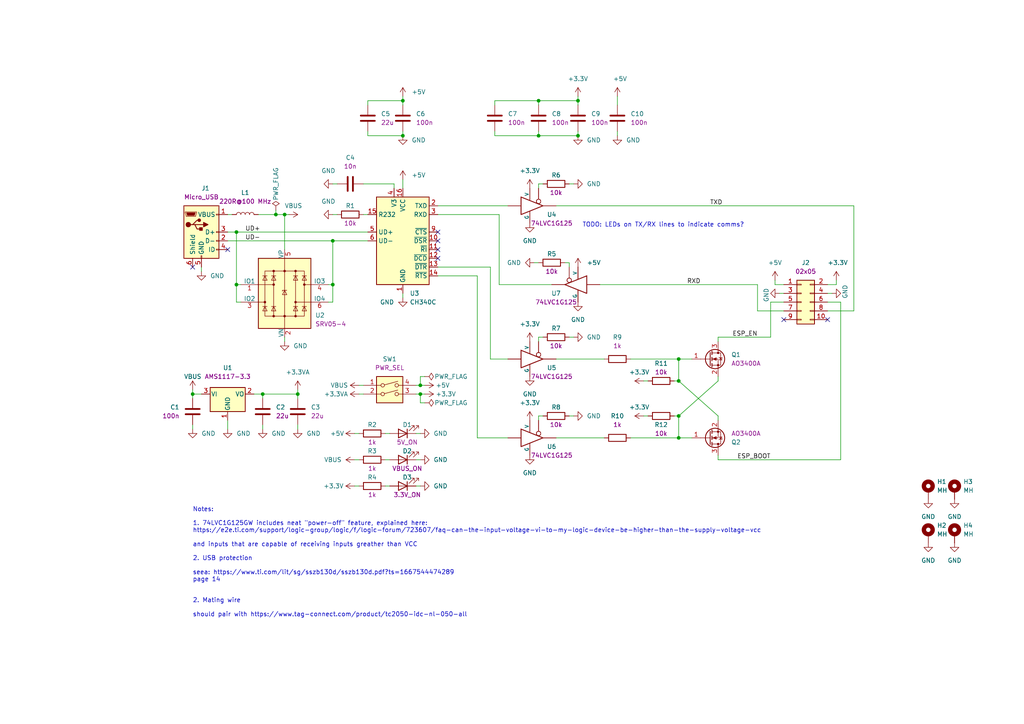
<source format=kicad_sch>
(kicad_sch (version 20211123) (generator eeschema)
  (paper "A4")
  (title_block (title "ESP32 External Programmer") (date "2022-11-07") (rev "rev0") (company "MAXLAB.IO INC."))
  (junction (at 80.01 62.23))
  (junction (at 116.84 39.37))
  (junction (at 68.58 82.55))
  (junction (at 86.36 114.3))
  (junction (at 121.92 114.3))
  (junction (at 121.92 111.76))
  (junction (at 96.52 69.85))
  (junction (at 68.58 67.31))
  (junction (at 96.52 82.55))
  (junction (at 55.88 114.3))
  (junction (at 156.21 39.37))
  (junction (at 76.2 114.3))
  (junction (at 167.64 39.37))
  (junction (at 196.85 127))
  (junction (at 156.21 29.21))
  (junction (at 196.85 110.49))
  (junction (at 196.85 104.14))
  (junction (at 196.85 120.65))
  (junction (at 116.84 29.21))
  (junction (at 167.64 29.21))
  (junction (at 82.55 62.23))
  (no_connect (at 66.04 72.39))
  (no_connect (at 240.03 92.71))
  (no_connect (at 227.33 92.71))
  (no_connect (at 127 67.31))
  (no_connect (at 127 74.93))
  (no_connect (at 127 69.85))
  (no_connect (at 127 72.39))
  (no_connect (at 55.88 77.47))
  (wire (pts (xy 219.71 90.17) (xy 227.33 90.17)))
  (wire (pts (xy 156.21 29.21) (xy 143.51 29.21)))
  (wire (pts (xy 96.52 69.85) (xy 96.52 82.55)))
  (wire (pts (xy 120.65 133.35) (xy 121.92 133.35)))
  (wire (pts (xy 55.88 123.19) (xy 55.88 124.46)))
  (wire (pts (xy 208.28 97.79) (xy 223.52 97.79)))
  (wire (pts (xy 182.88 104.14) (xy 196.85 104.14)))
  (wire (pts (xy 165.1 53.34) (xy 166.37 53.34)))
  (wire (pts (xy 186.69 120.65) (xy 187.96 120.65)))
  (wire (pts (xy 157.48 53.34) (xy 156.21 53.34)))
  (wire (pts (xy 163.83 76.2) (xy 165.1 76.2)))
  (wire (pts (xy 68.58 82.55) (xy 69.85 82.55)))
  (wire (pts (xy 223.52 97.79) (xy 223.52 87.63)))
  (wire (pts (xy 156.21 29.21) (xy 167.64 29.21)))
  (wire (pts (xy 96.52 53.34) (xy 97.79 53.34)))
  (wire (pts (xy 111.76 125.73) (xy 113.03 125.73)))
  (wire (pts (xy 156.21 76.2) (xy 154.94 76.2)))
  (wire (pts (xy 179.07 39.37) (xy 179.07 38.1)))
  (wire (pts (xy 144.78 82.55) (xy 160.02 82.55)))
  (wire (pts (xy 58.42 77.47) (xy 58.42 78.74)))
  (wire (pts (xy 157.48 97.79) (xy 156.21 97.79)))
  (wire (pts (xy 161.29 59.69) (xy 247.65 59.69)))
  (wire (pts (xy 95.25 82.55) (xy 96.52 82.55)))
  (wire (pts (xy 241.3 85.09) (xy 240.03 85.09)))
  (wire (pts (xy 157.48 120.65) (xy 156.21 120.65)))
  (wire (pts (xy 76.2 123.19) (xy 76.2 124.46)))
  (wire (pts (xy 156.21 29.21) (xy 156.21 30.48)))
  (wire (pts (xy 142.24 77.47) (xy 142.24 104.14)))
  (wire (pts (xy 208.28 109.22) (xy 208.28 110.49)))
  (wire (pts (xy 116.84 27.94) (xy 116.84 29.21)))
  (wire (pts (xy 120.65 125.73) (xy 121.92 125.73)))
  (wire (pts (xy 208.28 132.08) (xy 208.28 133.35)))
  (wire (pts (xy 242.57 81.28) (xy 242.57 82.55)))
  (wire (pts (xy 66.04 121.92) (xy 66.04 124.46)))
  (wire (pts (xy 76.2 114.3) (xy 76.2 115.57)))
  (wire (pts (xy 161.29 104.14) (xy 175.26 104.14)))
  (wire (pts (xy 127 80.01) (xy 138.43 80.01)))
  (wire (pts (xy 82.55 62.23) (xy 82.55 72.39)))
  (wire (pts (xy 196.85 127) (xy 200.66 127)))
  (wire (pts (xy 66.04 67.31) (xy 68.58 67.31)))
  (wire (pts (xy 165.1 120.65) (xy 166.37 120.65)))
  (wire (pts (xy 143.51 39.37) (xy 156.21 39.37)))
  (wire (pts (xy 116.84 52.07) (xy 116.84 54.61)))
  (wire (pts (xy 156.21 53.34) (xy 156.21 54.61)))
  (wire (pts (xy 74.93 62.23) (xy 80.01 62.23)))
  (wire (pts (xy 138.43 80.01) (xy 138.43 127)))
  (wire (pts (xy 161.29 127) (xy 175.26 127)))
  (wire (pts (xy 223.52 87.63) (xy 227.33 87.63)))
  (wire (pts (xy 208.28 110.49) (xy 196.85 120.65)))
  (wire (pts (xy 121.92 116.84) (xy 121.92 114.3)))
  (wire (pts (xy 55.88 113.03) (xy 55.88 114.3)))
  (wire (pts (xy 121.92 114.3) (xy 123.19 114.3)))
  (wire (pts (xy 120.65 140.97) (xy 121.92 140.97)))
  (wire (pts (xy 208.28 97.79) (xy 208.28 99.06)))
  (wire (pts (xy 196.85 120.65) (xy 196.85 127)))
  (wire (pts (xy 167.64 29.21) (xy 167.64 30.48)))
  (wire (pts (xy 182.88 127) (xy 196.85 127)))
  (wire (pts (xy 156.21 39.37) (xy 167.64 39.37)))
  (wire (pts (xy 242.57 82.55) (xy 240.03 82.55)))
  (wire (pts (xy 196.85 110.49) (xy 195.58 110.49)))
  (wire (pts (xy 55.88 114.3) (xy 58.42 114.3)))
  (wire (pts (xy 102.87 125.73) (xy 104.14 125.73)))
  (wire (pts (xy 247.65 90.17) (xy 240.03 90.17)))
  (wire (pts (xy 121.92 116.84) (xy 123.19 116.84)))
  (wire (pts (xy 76.2 114.3) (xy 86.36 114.3)))
  (wire (pts (xy 196.85 104.14) (xy 200.66 104.14)))
  (wire (pts (xy 104.14 133.35) (xy 102.87 133.35)))
  (wire (pts (xy 96.52 62.23) (xy 97.79 62.23)))
  (wire (pts (xy 127 77.47) (xy 142.24 77.47)))
  (wire (pts (xy 143.51 38.1) (xy 143.51 39.37)))
  (wire (pts (xy 224.79 82.55) (xy 227.33 82.55)))
  (wire (pts (xy 167.64 39.37) (xy 167.64 38.1)))
  (wire (pts (xy 82.55 62.23) (xy 80.01 62.23)))
  (wire (pts (xy 114.3 53.34) (xy 114.3 54.61)))
  (wire (pts (xy 173.99 82.55) (xy 219.71 82.55)))
  (wire (pts (xy 86.36 114.3) (xy 86.36 115.57)))
  (wire (pts (xy 138.43 127) (xy 147.32 127)))
  (wire (pts (xy 55.88 114.3) (xy 55.88 115.57)))
  (wire (pts (xy 142.24 104.14) (xy 147.32 104.14)))
  (wire (pts (xy 104.14 114.3) (xy 105.41 114.3)))
  (wire (pts (xy 156.21 38.1) (xy 156.21 39.37)))
  (wire (pts (xy 86.36 113.03) (xy 86.36 114.3)))
  (wire (pts (xy 208.28 133.35) (xy 243.84 133.35)))
  (wire (pts (xy 96.52 82.55) (xy 96.52 87.63)))
  (wire (pts (xy 243.84 87.63) (xy 240.03 87.63)))
  (wire (pts (xy 83.82 62.23) (xy 82.55 62.23)))
  (wire (pts (xy 76.2 114.3) (xy 73.66 114.3)))
  (wire (pts (xy 120.65 111.76) (xy 121.92 111.76)))
  (wire (pts (xy 82.55 99.06) (xy 82.55 97.79)))
  (wire (pts (xy 116.84 85.09) (xy 116.84 86.36)))
  (wire (pts (xy 104.14 111.76) (xy 105.41 111.76)))
  (wire (pts (xy 66.04 69.85) (xy 96.52 69.85)))
  (wire (pts (xy 105.41 62.23) (xy 106.68 62.23)))
  (wire (pts (xy 102.87 140.97) (xy 104.14 140.97)))
  (wire (pts (xy 208.28 120.65) (xy 208.28 121.92)))
  (wire (pts (xy 121.92 109.22) (xy 123.19 109.22)))
  (wire (pts (xy 186.69 110.49) (xy 187.96 110.49)))
  (wire (pts (xy 121.92 111.76) (xy 123.19 111.76)))
  (wire (pts (xy 165.1 97.79) (xy 166.37 97.79)))
  (wire (pts (xy 68.58 67.31) (xy 68.58 82.55)))
  (wire (pts (xy 196.85 104.14) (xy 196.85 110.49)))
  (wire (pts (xy 95.25 87.63) (xy 96.52 87.63)))
  (wire (pts (xy 156.21 97.79) (xy 156.21 99.06)))
  (wire (pts (xy 116.84 29.21) (xy 106.68 29.21)))
  (wire (pts (xy 121.92 109.22) (xy 121.92 111.76)))
  (wire (pts (xy 111.76 133.35) (xy 113.03 133.35)))
  (wire (pts (xy 86.36 123.19) (xy 86.36 124.46)))
  (wire (pts (xy 106.68 29.21) (xy 106.68 30.48)))
  (wire (pts (xy 219.71 82.55) (xy 219.71 90.17)))
  (wire (pts (xy 106.68 39.37) (xy 106.68 38.1)))
  (wire (pts (xy 105.41 53.34) (xy 114.3 53.34)))
  (wire (pts (xy 179.07 27.94) (xy 179.07 30.48)))
  (wire (pts (xy 80.01 60.96) (xy 80.01 62.23)))
  (wire (pts (xy 143.51 29.21) (xy 143.51 30.48)))
  (wire (pts (xy 116.84 38.1) (xy 116.84 39.37)))
  (wire (pts (xy 111.76 140.97) (xy 113.03 140.97)))
  (wire (pts (xy 226.06 85.09) (xy 227.33 85.09)))
  (wire (pts (xy 68.58 67.31) (xy 106.68 67.31)))
  (wire (pts (xy 116.84 29.21) (xy 116.84 30.48)))
  (wire (pts (xy 96.52 69.85) (xy 106.68 69.85)))
  (wire (pts (xy 127 62.23) (xy 144.78 62.23)))
  (wire (pts (xy 66.04 62.23) (xy 67.31 62.23)))
  (wire (pts (xy 247.65 59.69) (xy 247.65 90.17)))
  (wire (pts (xy 196.85 120.65) (xy 195.58 120.65)))
  (wire (pts (xy 144.78 62.23) (xy 144.78 82.55)))
  (wire (pts (xy 127 59.69) (xy 147.32 59.69)))
  (wire (pts (xy 116.84 39.37) (xy 106.68 39.37)))
  (wire (pts (xy 196.85 110.49) (xy 208.28 120.65)))
  (wire (pts (xy 167.64 27.94) (xy 167.64 29.21)))
  (wire (pts (xy 224.79 81.28) (xy 224.79 82.55)))
  (wire (pts (xy 68.58 82.55) (xy 68.58 87.63)))
  (wire (pts (xy 156.21 120.65) (xy 156.21 121.92)))
  (wire (pts (xy 120.65 114.3) (xy 121.92 114.3)))
  (wire (pts (xy 243.84 133.35) (xy 243.84 87.63)))
  (wire (pts (xy 69.85 87.63) (xy 68.58 87.63)))
  (wire (pts (xy 165.1 76.2) (xy 165.1 77.47)))
  (text "TODO: LEDs on TX/RX lines to indicate comms?" (at 168.91 66.04 0) (effects (font (size 1.27 1.27)) (justify left bottom)))
  (text "2. USB protection\n\nseea: https://www.ti.com/lit/sg/sszb130d/sszb130d.pdf?ts=1667544474289\npage 14" (at 55.88 168.91 0) (effects (font (size 1.27 1.27)) (justify left bottom)))
  (text "1. 74LVC1G125GW includes neat \"power-off\" feature, explained here:\nhttps://e2e.ti.com/support/logic-group/logic/f/logic-forum/723607/faq-can-the-input-voltage-vi-to-my-logic-device-be-higher-than-the-supply-voltage-vcc\n\nand inputs that are capable of receiving inputs greather than VCC" (at 55.88 158.75 0) (effects (font (size 1.27 1.27)) (justify left bottom)))
  (text "Notes:\n" (at 55.88 148.59 0) (effects (font (size 1.27 1.27)) (justify left bottom)))
  (text "2. Mating wire\n\nshould pair with https://www.tag-connect.com/product/tc2050-idc-nl-050-all" (at 55.88 179.07 0) (effects (font (size 1.27 1.27)) (justify left bottom)))
  (label "UD-" (at 71.12 69.85 0))
  (label "RXD" (at 203.2 82.55 180))
  (label "ESP_EN" (at 219.71 97.79 180))
  (label "UD+" (at 71.12 67.31 0))
  (label "TXD" (at 209.55 59.69 180))
  (label "ESP_BOOT" (at 223.52 133.35 180))
  (symbol (lib_id "00-kiml-regulator-linear:AMS1117-3.3") (at 66.04 114.3 0) (unit 1)
    (property "Reference" "U1" (at 66.04 106.68 0))
    (property "Value" "AMS1117-3.3" (effects hide))
    (property "Footprint" "Package_TO_SOT_SMD:SOT-223-3_TabPin2" (effects hide))
    (property "Datasheet" "http://www.advanced-monolithic.com/pdf/ds1117.pdf" (effects hide))
    (property "MFR" "Advanced Monolithic Systems" (effects hide))
    (property "MPN" "AMS1117-3.3" (effects hide))
    (property "SPL1" "JLCPCB" (effects hide))
    (property "SPN1" "C6186" (effects hide))
    (property "SNB1" "Basic part" (effects hide))
    (property "LNK1" "https://jlcpcb.com/partdetail/Advanced_MonolithicSystems-AMS1117_33/C6186" (effects hide))
    (property "UserValue" "AMS1117-3.3" (at 66.04 109.22 0))
  )
  (symbol (lib_id "power:GND") (at 76.2 124.46 0) (unit 1)
    (property "Reference" "#PWR05" (effects hide))
    (property "Value" "GND" (at 78.74 125.7299 0) (effects (justify left)))
  )
  (symbol (lib_name "10k_0402_0402WGF1002TCE_1") (lib_id "00-kiml-resistors-smd:10k_0402_0402WGF1002TCE") (at 161.29 53.34 90) (unit 1)
    (property "Reference" "R6" (at 161.29 50.8 90))
    (property "Value" "10k_0402_0402WGF1002TCE" (effects hide))
    (property "Footprint" "Resistor_SMD:R_0402_1005Metric" (effects hide))
    (property "Datasheet" "https://datasheet.lcsc.com/lcsc/2206010100_UNI-ROYAL-Uniroyal-Elec-0402WGF1002TCE_C25744.pdf" (effects hide))
    (property "UserValue" "10k" (at 161.29 55.88 90))
    (property "MFR" "UNI-ROYAL" (effects hide))
    (property "MPN" "0402WGF1002TCE" (effects hide))
    (property "SPL1" "JLCPCB" (effects hide))
    (property "SPN1" "C25744" (effects hide))
    (property "Tolerance" "1%" (effects hide))
    (property "TCR" "100ppm" (effects hide))
    (property "Pmax" "62.5mW" (effects hide))
    (property "SBN1" "Basic part" (effects hide))
    (property "LNK1" "https://jlcpcb.com/partdetail/26487-0402WGF1002TCE/C25744" (effects hide))
  )
  (symbol (lib_id "power:+3.3V") (at 242.57 81.28 0) (unit 1)
    (property "Reference" "#PWR047" (effects hide))
    (property "Value" "+3.3V" (at 240.03 76.2 0) (effects (justify left)))
  )
  (symbol (lib_name "10k_0402_0402WGF1002TCE_2") (lib_id "00-kiml-resistors-smd:10k_0402_0402WGF1002TCE") (at 191.77 120.65 90) (unit 1)
    (property "Reference" "R12" (at 191.77 123.19 90))
    (property "Value" "10k_0402_0402WGF1002TCE" (effects hide))
    (property "Footprint" "Resistor_SMD:R_0402_1005Metric" (effects hide))
    (property "Datasheet" "https://datasheet.lcsc.com/lcsc/2206010100_UNI-ROYAL-Uniroyal-Elec-0402WGF1002TCE_C25744.pdf" (effects hide))
    (property "UserValue" "10k" (at 191.77 125.73 90))
    (property "MFR" "UNI-ROYAL" (effects hide))
    (property "MPN" "0402WGF1002TCE" (effects hide))
    (property "SPL1" "JLCPCB" (effects hide))
    (property "SPN1" "C25744" (effects hide))
    (property "Tolerance" "1%" (effects hide))
    (property "TCR" "100ppm" (effects hide))
    (property "Pmax" "62.5mW" (effects hide))
    (property "SBN1" "Basic part" (effects hide))
    (property "LNK1" "https://jlcpcb.com/partdetail/26487-0402WGF1002TCE/C25744" (effects hide))
  )
  (symbol (lib_id "power:GND") (at 96.52 53.34 270) (unit 1)
    (property "Reference" "#PWR010" (effects hide))
    (property "Value" "GND" (at 95.25 49.53 90))
  )
  (symbol (lib_id "power:+3.3VA") (at 86.36 113.03 0) (unit 1)
    (property "Reference" "#PWR08" (effects hide))
    (property "Value" "+3.3VA" (at 86.36 107.95 0))
  )
  (symbol (lib_id "power:GND") (at 166.37 53.34 90) (unit 1)
    (property "Reference" "#PWR033" (effects hide))
    (property "Value" "GND" (at 170.18 53.3399 90) (effects (justify right)))
  )
  (symbol (lib_id "power:+3.3V") (at 186.69 110.49 90) (unit 1)
    (property "Reference" "#PWR042" (effects hide))
    (property "Value" "+3.3V" (at 185.42 107.95 90))
  )
  (symbol (lib_id "00-kiml-resistors-smd:1k_0402_0402WGF1001TCE") (at 179.07 127 90) (unit 1)
    (property "Reference" "R10" (at 179.07 120.65 90))
    (property "Value" "1k_0402_0402WGF1001TCE" (effects hide))
    (property "Footprint" "Resistor_SMD:R_0402_1005Metric" (effects hide))
    (property "Datasheet" "https://datasheet.lcsc.com/lcsc/2206010216_UNI-ROYAL-Uniroyal-Elec-0402WGF1001TCE_C11702.pdf" (effects hide))
    (property "UserValue" "1k" (at 179.07 123.19 90))
    (property "MFR" "UNI-ROYAL" (effects hide))
    (property "MPN" "0402WGF1001TCE" (effects hide))
    (property "SPL1" "JLCPCB" (effects hide))
    (property "SPN1" "C11702" (effects hide))
    (property "Tolerance" "1%" (effects hide))
    (property "Pmax" "62.5mW" (effects hide))
    (property "SBN1" "Basic part" (effects hide))
    (property "LNK1" "https://jlcpcb.com/partdetail/12256-0402WGF1001TCE/C11702" (effects hide))
  )
  (symbol (lib_id "00-kiml-capacitors-smd:100n_0402_CL05B104KB54PNC") (at 179.07 34.29 0) (unit 1)
    (property "Reference" "C10" (at 182.88 33.0199 0) (effects (justify left)))
    (property "Value" "100n_0402_CL05B104KB54PNC" (effects hide))
    (property "Footprint" "Capacitor_SMD:C_0603_1608Metric" (effects hide))
    (property "Datasheet" "https://datasheet.lcsc.com/lcsc/1810191222_Samsung-Electro-Mechanics-CL05B104KB54PNC_C307331.pdf" (effects hide))
    (property "UserValue" "100n" (at 182.88 35.5599 0) (effects (justify left)))
    (property "MFR" "Samsung" (effects hide))
    (property "MPN" "CL05B104KB54PNC" (effects hide))
    (property "SPL1" "JLCPCB" (effects hide))
    (property "SPN1" "C307331" (effects hide))
    (property "LNK1" "https://jlcpcb.com/partdetail/291005-CL05B104KB54PNC/C307331" (effects hide))
    (property "SNB1" "Basic part" (effects hide))
    (property "Tolerance" "10%" (effects hide))
    (property "Rating" "50V" (effects hide))
  )
  (symbol (lib_id "power:PWR_FLAG") (at 123.19 109.22 270) (unit 1)
    (property "Reference" "#FLG02" (effects hide))
    (property "Value" "PWR_FLAG" (at 130.81 109.22 90))
  )
  (symbol (lib_id "00-kiml-capacitors-smd:100n_0402_CL05B104KB54PNC") (at 116.84 34.29 0) (unit 1)
    (property "Reference" "C6" (at 120.65 33.0199 0) (effects (justify left)))
    (property "Value" "100n_0402_CL05B104KB54PNC" (effects hide))
    (property "Footprint" "Capacitor_SMD:C_0603_1608Metric" (effects hide))
    (property "Datasheet" "https://datasheet.lcsc.com/lcsc/1810191222_Samsung-Electro-Mechanics-CL05B104KB54PNC_C307331.pdf" (effects hide))
    (property "UserValue" "100n" (at 120.65 35.5599 0) (effects (justify left)))
    (property "MFR" "Samsung" (effects hide))
    (property "MPN" "CL05B104KB54PNC" (effects hide))
    (property "SPL1" "JLCPCB" (effects hide))
    (property "SPN1" "C307331" (effects hide))
    (property "LNK1" "https://jlcpcb.com/partdetail/291005-CL05B104KB54PNC/C307331" (effects hide))
    (property "SNB1" "Basic part" (effects hide))
    (property "Tolerance" "10%" (effects hide))
    (property "Rating" "50V" (effects hide))
  )
  (symbol (lib_id "00-kiml-resistors-smd:1k_0402_0402WGF1001TCE") (at 107.95 125.73 90) (unit 1)
    (property "Reference" "R2" (at 107.95 123.19 90))
    (property "Value" "1k_0402_0402WGF1001TCE" (effects hide))
    (property "Footprint" "Resistor_SMD:R_0402_1005Metric" (effects hide))
    (property "Datasheet" "https://datasheet.lcsc.com/lcsc/2206010216_UNI-ROYAL-Uniroyal-Elec-0402WGF1001TCE_C11702.pdf" (effects hide))
    (property "UserValue" "1k" (at 107.95 128.27 90))
    (property "MFR" "UNI-ROYAL" (effects hide))
    (property "MPN" "0402WGF1001TCE" (effects hide))
    (property "SPL1" "JLCPCB" (effects hide))
    (property "SPN1" "C11702" (effects hide))
    (property "Tolerance" "1%" (effects hide))
    (property "Pmax" "62.5mW" (effects hide))
    (property "SBN1" "Basic part" (effects hide))
    (property "LNK1" "https://jlcpcb.com/partdetail/12256-0402WGF1001TCE/C11702" (effects hide))
  )
  (symbol (lib_id "00-kiml-capacitors-smd:10n_0402_CL05B103KB5NNNC") (at 101.6 53.34 90) (unit 1)
    (property "Reference" "C4" (at 101.6 45.72 90))
    (property "Value" "10n_0402_CL05B103KB5NNNC" (effects hide))
    (property "Footprint" "Capacitor_SMD:C_0603_1608Metric" (effects hide))
    (property "Datasheet" "https://datasheet.lcsc.com/lcsc/1810191222_Samsung-Electro-Mechanics-CL05B104KB54PNC_C307331.pdf" (effects hide))
    (property "UserValue" "10n" (at 101.6 48.26 90))
    (property "MFR" "Samsung" (effects hide))
    (property "MPN" "CL05B103KB5NNNC" (effects hide))
    (property "SPL1" "JLCPCB" (effects hide))
    (property "SPN1" "C15195" (effects hide))
    (property "LNK1" "https://jlcpcb.com/partdetail/15869-CL05B103KB5NNNC/C15195" (effects hide))
    (property "SNB1" "Basic part" (effects hide))
    (property "Tolerance" "10%" (effects hide))
    (property "Rating" "50V" (effects hide))
  )
  (symbol (lib_id "power:GND") (at 96.52 62.23 270) (unit 1)
    (property "Reference" "#PWR011" (effects hide))
    (property "Value" "GND" (at 95.25 58.42 90))
  )
  (symbol (lib_id "power:GND") (at 55.88 124.46 0) (unit 1)
    (property "Reference" "#PWR02" (effects hide))
    (property "Value" "GND" (at 58.42 125.7299 0) (effects (justify left)))
  )
  (symbol (lib_id "Mechanical:MountingHole_Pad") (at 269.24 154.94 0) (unit 1) (in_bom no)
    (property "Reference" "H2" (at 271.78 152.3999 0) (effects (justify left)))
    (property "Value" "MH" (at 271.78 154.9399 0) (effects (justify left)))
    (property "Footprint" "MountingHole:MountingHole_3.2mm_M3_ISO7380_Pad" (effects hide))
  )
  (symbol (lib_id "power:+3.3V") (at 167.64 27.94 0) (unit 1)
    (property "Reference" "#PWR036" (effects hide))
    (property "Value" "+3.3V" (at 167.64 22.86 0))
  )
  (symbol (lib_id "00-kiml-resistors-smd:1k_0402_0402WGF1001TCE") (at 179.07 104.14 90) (unit 1)
    (property "Reference" "R9" (at 179.07 97.79 90))
    (property "Value" "1k_0402_0402WGF1001TCE" (effects hide))
    (property "Footprint" "Resistor_SMD:R_0402_1005Metric" (effects hide))
    (property "Datasheet" "https://datasheet.lcsc.com/lcsc/2206010216_UNI-ROYAL-Uniroyal-Elec-0402WGF1001TCE_C11702.pdf" (effects hide))
    (property "UserValue" "1k" (at 179.07 100.33 90))
    (property "MFR" "UNI-ROYAL" (effects hide))
    (property "MPN" "0402WGF1001TCE" (effects hide))
    (property "SPL1" "JLCPCB" (effects hide))
    (property "SPN1" "C11702" (effects hide))
    (property "Tolerance" "1%" (effects hide))
    (property "Pmax" "62.5mW" (effects hide))
    (property "SBN1" "Basic part" (effects hide))
    (property "LNK1" "https://jlcpcb.com/partdetail/12256-0402WGF1001TCE/C11702" (effects hide))
  )
  (symbol (lib_id "power:VBUS") (at 102.87 133.35 90) (unit 1)
    (property "Reference" "#PWR013" (effects hide))
    (property "Value" "VBUS" (at 93.98 133.35 90) (effects (justify right)))
  )
  (symbol (lib_id "00-kiml-capacitors-smd:22u_1206_CL31A226KPHNNNE") (at 86.36 119.38 0) (unit 1)
    (property "Reference" "C3" (at 90.17 118.1099 0) (effects (justify left)))
    (property "Value" "22u_1206_CL31A226KPHNNNE" (effects hide))
    (property "Footprint" "Capacitor_SMD:C_1206_3216Metric" (effects hide))
    (property "UserValue" "22u" (at 90.17 120.6499 0) (effects (justify left)))
    (property "MFR" "Samsung" (effects hide))
    (property "MPN" "CL31A226KPHNNNE" (effects hide))
    (property "SPL1" "JLCPCB" (effects hide))
    (property "SPN1" "C5672" (effects hide))
    (property "LNK1" "https://jlcpcb.com/partdetail/6131-CL31A226KPHNNNE/C5672" (effects hide))
    (property "SNB1" "Basic part" (effects hide))
    (property "Rating" "10V" (effects hide))
    (property "Tolerance" "10%" (effects hide))
  )
  (symbol (lib_id "power:+5V") (at 224.79 81.28 0) (unit 1)
    (property "Reference" "#PWR044" (effects hide))
    (property "Value" "+5V" (at 224.79 76.2 0))
  )
  (symbol (lib_id "power:+5V") (at 123.19 111.76 270) (unit 1)
    (property "Reference" "#PWR024" (effects hide))
    (property "Value" "+5V" (at 126.365 111.7599 90) (effects (justify left)))
  )
  (symbol (lib_id "power:GND") (at 121.92 125.73 90) (unit 1)
    (property "Reference" "#PWR021" (effects hide))
    (property "Value" "GND" (at 125.73 125.7299 90) (effects (justify right)))
  )
  (symbol (lib_id "power:GND") (at 167.64 39.37 0) (unit 1)
    (property "Reference" "#PWR037" (effects hide))
    (property "Value" "GND" (at 170.18 40.6399 0) (effects (justify left)))
  )
  (symbol (lib_id "00-kiml-connector-pin-header-1.27mm:1.27mm_50mils_male_DW127R-22-10-23_02x05") (at 233.68 87.63 0) (unit 1)
    (property "Reference" "J2" (at 233.68 76.2 0))
    (property "Value" "1.27mm_50mils_male_DW127R-22-10-23_02x05" (effects hide))
    (property "Footprint" "Connector_PinHeader_1.27mm:PinHeader_2x05_P1.27mm_Vertical" (effects hide))
    (property "Datasheet" "https://datasheet.lcsc.com/lcsc/1811011511_Amphenol-ICC-20021111-00010T4LF_C239059.pdf" (effects hide))
    (property "UserValue" "02x05" (at 233.68 78.74 0))
    (property "MFR" "Amphenol" (effects hide))
    (property "MPN" "20021111-00010T4LF" (effects hide))
    (property "SPL1" "JLCPCB" (effects hide))
    (property "SPN1" "C239059" (effects hide))
    (property "LNK1" "https://jlcpcb.com/partdetail/AmphenolIcc-2002111100010T4LF/C239059" (effects hide))
    (property "SNB1" "Extended part" (effects hide))
  )
  (symbol (lib_id "power:GND") (at 154.94 76.2 270) (mirror x) (unit 1)
    (property "Reference" "#PWR032" (effects hide))
    (property "Value" "GND" (at 151.13 76.1999 90) (effects (justify right)))
  )
  (symbol (lib_id "power:VBUS") (at 55.88 113.03 0) (unit 1)
    (property "Reference" "#PWR01" (effects hide))
    (property "Value" "VBUS" (at 53.34 109.22 0) (effects (justify left)))
  )
  (symbol (lib_id "power:+5V") (at 116.84 52.07 0) (unit 1)
    (property "Reference" "#PWR019" (effects hide))
    (property "Value" "+5V" (at 119.38 50.7999 0) (effects (justify left)))
  )
  (symbol (lib_name "10k_0402_0402WGF1002TCE_1") (lib_id "00-kiml-resistors-smd:10k_0402_0402WGF1002TCE") (at 160.02 76.2 270) (mirror x) (unit 1)
    (property "Reference" "R5" (at 160.02 73.66 90))
    (property "Value" "10k_0402_0402WGF1002TCE" (effects hide))
    (property "Footprint" "Resistor_SMD:R_0402_1005Metric" (effects hide))
    (property "Datasheet" "https://datasheet.lcsc.com/lcsc/2206010100_UNI-ROYAL-Uniroyal-Elec-0402WGF1002TCE_C25744.pdf" (effects hide))
    (property "UserValue" "10k" (at 160.02 78.74 90))
    (property "MFR" "UNI-ROYAL" (effects hide))
    (property "MPN" "0402WGF1002TCE" (effects hide))
    (property "SPL1" "JLCPCB" (effects hide))
    (property "SPN1" "C25744" (effects hide))
    (property "Tolerance" "1%" (effects hide))
    (property "TCR" "100ppm" (effects hide))
    (property "Pmax" "62.5mW" (effects hide))
    (property "SBN1" "Basic part" (effects hide))
    (property "LNK1" "https://jlcpcb.com/partdetail/26487-0402WGF1002TCE/C25744" (effects hide))
  )
  (symbol (lib_id "power:GND") (at 167.64 87.63 0) (mirror y) (unit 1)
    (property "Reference" "#PWR039" (effects hide))
    (property "Value" "GND" (at 167.64 92.71 0))
  )
  (symbol (lib_id "00-kiml-capacitors-smd:100n_0402_CL05B104KB54PNC") (at 143.51 34.29 0) (unit 1)
    (property "Reference" "C7" (at 147.32 33.0199 0) (effects (justify left)))
    (property "Value" "100n_0402_CL05B104KB54PNC" (effects hide))
    (property "Footprint" "Capacitor_SMD:C_0603_1608Metric" (effects hide))
    (property "Datasheet" "https://datasheet.lcsc.com/lcsc/1810191222_Samsung-Electro-Mechanics-CL05B104KB54PNC_C307331.pdf" (effects hide))
    (property "UserValue" "100n" (at 147.32 35.5599 0) (effects (justify left)))
    (property "MFR" "Samsung" (effects hide))
    (property "MPN" "CL05B104KB54PNC" (effects hide))
    (property "SPL1" "JLCPCB" (effects hide))
    (property "SPN1" "C307331" (effects hide))
    (property "LNK1" "https://jlcpcb.com/partdetail/291005-CL05B104KB54PNC/C307331" (effects hide))
    (property "SNB1" "Basic part" (effects hide))
    (property "Tolerance" "10%" (effects hide))
    (property "Rating" "50V" (effects hide))
  )
  (symbol (lib_id "00-kiml-connector:USB_B_Micro_10118194-0001LF") (at 58.42 67.31 0) (unit 1)
    (property "Reference" "J1" (at 58.42 54.61 0) (effects (justify left)))
    (property "Value" "USB_B_Micro_10118194-0001LF" (effects hide))
    (property "Footprint" "00-kiml-connector-usb:USB_Micro-B_Amphenol_10118194_Horizontal" (effects hide))
    (property "UserValue" "Micro_USB" (at 58.42 57.15 0))
    (property "MFR" "Amphenol ICC" (effects hide))
    (property "MPN" "10118194-0001LF" (effects hide))
    (property "SPL1" "JLCPCB" (effects hide))
    (property "SPN1" "C132563" (effects hide))
    (property "SNB1" "Extended part" (effects hide))
    (property "LNK1" "https://jlcpcb.com/partdetail/AmphenolIcc-101181940001LF/C132563" (effects hide))
  )
  (symbol (lib_id "Mechanical:MountingHole_Pad") (at 269.24 142.24 0) (unit 1) (in_bom no)
    (property "Reference" "H1" (at 271.78 139.6999 0) (effects (justify left)))
    (property "Value" "MH" (at 271.78 142.2399 0) (effects (justify left)))
    (property "Footprint" "MountingHole:MountingHole_3.2mm_M3_ISO7380_Pad" (effects hide))
  )
  (symbol (lib_id "00-kiml-transitor-fet:AO3400A") (at 207.01 127 0) (mirror x) (unit 1)
    (property "Reference" "Q2" (at 212.09 128.2701 0) (effects (justify left)))
    (property "Value" "AO3400A" (effects hide))
    (property "Footprint" "Package_TO_SOT_SMD:SOT-23" (effects hide))
    (property "Datasheet" "http://www.aosmd.com/pdfs/datasheet/AO3400A.pdf" (effects hide))
    (property "UserValue" "AO3400A" (at 212.09 125.7301 0) (effects (justify left)))
    (property "MFR" "Alpha & Omega Semicon" (effects hide))
    (property "MPN" "AO3400A" (effects hide))
    (property "SPL1" "JLCPCB" (effects hide))
    (property "SPN1" "C20917" (effects hide))
    (property "SNB1" "Basic part" (effects hide))
  )
  (symbol (lib_id "00-kiml-transitor-fet:AO3400A") (at 207.01 104.14 0) (unit 1)
    (property "Reference" "Q1" (at 212.09 102.8699 0) (effects (justify left)))
    (property "Value" "AO3400A" (effects hide))
    (property "Footprint" "Package_TO_SOT_SMD:SOT-23" (effects hide))
    (property "Datasheet" "http://www.aosmd.com/pdfs/datasheet/AO3400A.pdf" (effects hide))
    (property "UserValue" "AO3400A" (at 212.09 105.4099 0) (effects (justify left)))
    (property "MFR" "Alpha & Omega Semicon" (effects hide))
    (property "MPN" "AO3400A" (effects hide))
    (property "SPL1" "JLCPCB" (effects hide))
    (property "SPN1" "C20917" (effects hide))
    (property "SNB1" "Basic part" (effects hide))
  )
  (symbol (lib_id "00-kiml-74xGxx:74LVC1G125GW_Nexperia") (at 154.94 127 0) (unit 1)
    (property "Reference" "U6" (at 160.02 129.54 0))
    (property "Value" "74LVC1G125GW_Nexperia" (effects hide))
    (property "Footprint" "Package_TO_SOT_SMD:SOT-23-5" (effects hide))
    (property "Datasheet" "http://www.ti.com/lit/sg/scyt129e/scyt129e.pdf" (effects hide))
    (property "UserValue" "74LVC1G125" (at 160.02 132.08 0))
    (property "MFR" "Nexperia" (effects hide))
    (property "MPN" "74LVC1G125GW" (effects hide))
    (property "SPL1" "JLCPCB" (effects hide))
    (property "SPN1" "C12519" (effects hide))
    (property "LNK1" "https://jlcpcb.com/partdetail/Nexperia-74LVC1G125GW125/C12519" (effects hide))
    (property "SNB1" "Extended part" (effects hide))
  )
  (symbol (lib_id "power:+3.3VA") (at 104.14 114.3 90) (unit 1)
    (property "Reference" "#PWR016" (effects hide))
    (property "Value" "+3.3VA" (at 100.965 114.2999 90) (effects (justify left)))
  )
  (symbol (lib_id "00-kiml-inductors:0805_FB_220R@100MHz_BLM21PG221SN1D") (at 71.12 62.23 90) (unit 1)
    (property "Reference" "L1" (at 71.12 55.88 90))
    (property "Value" "0805_FB_220R@100MHz_BLM21PG221SN1D" (effects hide))
    (property "Footprint" "Inductor_SMD:L_0805_2012Metric_Pad1.15x1.40mm_HandSolder" (effects hide))
    (property "UserValue" "220R@100 MHz" (at 71.12 58.42 90))
    (property "MFR" "Murata Electronics" (effects hide))
    (property "MPN" "BLM21PG221SN1D" (effects hide))
    (property "SPL1" "JLCPCB" (effects hide))
    (property "SPN1" "C85840" (effects hide))
    (property "LNK1" "https://jlcpcb.com/partdetail/MurataElectronics-BLM21PG221SN1D/C85840" (effects hide))
    (property "Rating" "2A" (effects hide))
  )
  (symbol (lib_id "00-kiml-capacitors-smd:100n_0402_CL05B104KB54PNC") (at 156.21 34.29 0) (unit 1)
    (property "Reference" "C8" (at 160.02 33.0199 0) (effects (justify left)))
    (property "Value" "100n_0402_CL05B104KB54PNC" (effects hide))
    (property "Footprint" "Capacitor_SMD:C_0603_1608Metric" (effects hide))
    (property "Datasheet" "https://datasheet.lcsc.com/lcsc/1810191222_Samsung-Electro-Mechanics-CL05B104KB54PNC_C307331.pdf" (effects hide))
    (property "UserValue" "100n" (at 160.02 35.5599 0) (effects (justify left)))
    (property "MFR" "Samsung" (effects hide))
    (property "MPN" "CL05B104KB54PNC" (effects hide))
    (property "SPL1" "JLCPCB" (effects hide))
    (property "SPN1" "C307331" (effects hide))
    (property "LNK1" "https://jlcpcb.com/partdetail/291005-CL05B104KB54PNC/C307331" (effects hide))
    (property "SNB1" "Basic part" (effects hide))
    (property "Tolerance" "10%" (effects hide))
    (property "Rating" "50V" (effects hide))
  )
  (symbol (lib_id "power:+3.3V") (at 153.67 99.06 0) (unit 1)
    (property "Reference" "#PWR028" (effects hide))
    (property "Value" "+3.3V" (at 153.67 93.98 0))
  )
  (symbol (lib_id "power:GND") (at 226.06 85.09 270) (unit 1)
    (property "Reference" "#PWR045" (effects hide))
    (property "Value" "GND" (at 222.25 87.63 0) (effects (justify right)))
  )
  (symbol (lib_id "power:GND") (at 269.24 144.78 0) (unit 1)
    (property "Reference" "#PWR048" (effects hide))
    (property "Value" "GND" (at 269.24 149.86 0))
  )
  (symbol (lib_id "power:GND") (at 179.07 39.37 0) (unit 1)
    (property "Reference" "#PWR041" (effects hide))
    (property "Value" "GND" (at 181.61 40.6399 0) (effects (justify left)))
  )
  (symbol (lib_name "10k_0402_0402WGF1002TCE_2") (lib_id "00-kiml-resistors-smd:10k_0402_0402WGF1002TCE") (at 191.77 110.49 90) (unit 1)
    (property "Reference" "R11" (at 191.77 105.41 90))
    (property "Value" "10k_0402_0402WGF1002TCE" (effects hide))
    (property "Footprint" "Resistor_SMD:R_0402_1005Metric" (effects hide))
    (property "Datasheet" "https://datasheet.lcsc.com/lcsc/2206010100_UNI-ROYAL-Uniroyal-Elec-0402WGF1002TCE_C25744.pdf" (effects hide))
    (property "UserValue" "10k" (at 191.77 107.95 90))
    (property "MFR" "UNI-ROYAL" (effects hide))
    (property "MPN" "0402WGF1002TCE" (effects hide))
    (property "SPL1" "JLCPCB" (effects hide))
    (property "SPN1" "C25744" (effects hide))
    (property "Tolerance" "1%" (effects hide))
    (property "TCR" "100ppm" (effects hide))
    (property "Pmax" "62.5mW" (effects hide))
    (property "SBN1" "Basic part" (effects hide))
    (property "LNK1" "https://jlcpcb.com/partdetail/26487-0402WGF1002TCE/C25744" (effects hide))
  )
  (symbol (lib_id "power:GND") (at 276.86 157.48 0) (unit 1)
    (property "Reference" "#PWR051" (effects hide))
    (property "Value" "GND" (at 276.86 162.56 0))
  )
  (symbol (lib_id "power:+3.3V") (at 123.19 114.3 270) (unit 1)
    (property "Reference" "#PWR025" (effects hide))
    (property "Value" "+3.3V" (at 126.365 114.2999 90) (effects (justify left)))
  )
  (symbol (lib_id "power:GND") (at 241.3 85.09 90) (unit 1)
    (property "Reference" "#PWR046" (effects hide))
    (property "Value" "GND" (at 245.11 82.55 0) (effects (justify right)))
  )
  (symbol (lib_id "power:+5V") (at 116.84 27.94 0) (unit 1)
    (property "Reference" "#PWR017" (effects hide))
    (property "Value" "+5V" (at 119.38 26.6699 0) (effects (justify left)))
  )
  (symbol (lib_id "power:GND") (at 276.86 144.78 0) (unit 1)
    (property "Reference" "#PWR050" (effects hide))
    (property "Value" "GND" (at 276.86 149.86 0))
  )
  (symbol (lib_id "00-kiml-74xGxx:74LVC1G125GW_Nexperia") (at 166.37 82.55 0) (mirror y) (unit 1)
    (property "Reference" "U7" (at 161.29 85.09 0))
    (property "Value" "74LVC1G125GW_Nexperia" (effects hide))
    (property "Footprint" "Package_TO_SOT_SMD:SOT-23-5" (effects hide))
    (property "Datasheet" "http://www.ti.com/lit/sg/scyt129e/scyt129e.pdf" (effects hide))
    (property "UserValue" "74LVC1G125" (at 161.29 87.63 0))
    (property "MFR" "Nexperia" (effects hide))
    (property "MPN" "74LVC1G125GW" (effects hide))
    (property "SPL1" "JLCPCB" (effects hide))
    (property "SPN1" "C12519" (effects hide))
    (property "LNK1" "https://jlcpcb.com/partdetail/Nexperia-74LVC1G125GW125/C12519" (effects hide))
    (property "SNB1" "Extended part" (effects hide))
  )
  (symbol (lib_id "00-kiml-74xGxx:74LVC1G125GW_Nexperia") (at 154.94 59.69 0) (unit 1)
    (property "Reference" "U4" (at 160.02 62.23 0))
    (property "Value" "74LVC1G125GW_Nexperia" (effects hide))
    (property "Footprint" "Package_TO_SOT_SMD:SOT-23-5" (effects hide))
    (property "Datasheet" "http://www.ti.com/lit/sg/scyt129e/scyt129e.pdf" (effects hide))
    (property "UserValue" "74LVC1G125" (at 160.02 64.77 0))
    (property "MFR" "Nexperia" (effects hide))
    (property "MPN" "74LVC1G125GW" (effects hide))
    (property "SPL1" "JLCPCB" (effects hide))
    (property "SPN1" "C12519" (effects hide))
    (property "LNK1" "https://jlcpcb.com/partdetail/Nexperia-74LVC1G125GW125/C12519" (effects hide))
    (property "SNB1" "Extended part" (effects hide))
  )
  (symbol (lib_id "power:GND") (at 116.84 39.37 0) (unit 1)
    (property "Reference" "#PWR018" (effects hide))
    (property "Value" "GND" (at 119.38 40.6399 0) (effects (justify left)))
  )
  (symbol (lib_id "00-kiml-capacitors-smd:100n_0402_CL05B104KB54PNC") (at 167.64 34.29 0) (unit 1)
    (property "Reference" "C9" (at 171.45 33.0199 0) (effects (justify left)))
    (property "Value" "100n_0402_CL05B104KB54PNC" (effects hide))
    (property "Footprint" "Capacitor_SMD:C_0603_1608Metric" (effects hide))
    (property "Datasheet" "https://datasheet.lcsc.com/lcsc/1810191222_Samsung-Electro-Mechanics-CL05B104KB54PNC_C307331.pdf" (effects hide))
    (property "UserValue" "100n" (at 171.45 35.5599 0) (effects (justify left)))
    (property "MFR" "Samsung" (effects hide))
    (property "MPN" "CL05B104KB54PNC" (effects hide))
    (property "SPL1" "JLCPCB" (effects hide))
    (property "SPN1" "C307331" (effects hide))
    (property "LNK1" "https://jlcpcb.com/partdetail/291005-CL05B104KB54PNC/C307331" (effects hide))
    (property "SNB1" "Basic part" (effects hide))
    (property "Tolerance" "10%" (effects hide))
    (property "Rating" "50V" (effects hide))
  )
  (symbol (lib_id "power:GND") (at 66.04 124.46 0) (unit 1)
    (property "Reference" "#PWR04" (effects hide))
    (property "Value" "GND" (at 68.58 125.7299 0) (effects (justify left)))
  )
  (symbol (lib_id "power:+5V") (at 167.64 77.47 0) (unit 1)
    (property "Reference" "#PWR038" (effects hide))
    (property "Value" "+5V" (at 170.18 76.1999 0) (effects (justify left)))
  )
  (symbol (lib_id "power:GND") (at 121.92 133.35 90) (unit 1)
    (property "Reference" "#PWR022" (effects hide))
    (property "Value" "GND" (at 125.73 133.3499 90) (effects (justify right)))
  )
  (symbol (lib_id "power:PWR_FLAG") (at 80.01 60.96 0) (unit 1)
    (property "Reference" "#FLG01" (effects hide))
    (property "Value" "PWR_FLAG" (at 80.01 53.34 90))
  )
  (symbol (lib_id "00-kiml-led-smd:0603_RED_KT-0603R") (at 116.84 133.35 180) (unit 1)
    (property "Reference" "D2" (at 118.11 130.81 0))
    (property "Value" "0603_RED_KT-0603R" (effects hide))
    (property "Footprint" "LED_SMD:LED_0603_1608Metric" (effects hide))
    (property "Datasheet" "https://datasheet.lcsc.com/lcsc/1810231112_Hubei-KENTO-Elec-KT-0603R_C2286.pdf" (effects hide))
    (property "UserValue" "VBUS_ON" (at 118.11 135.89 0))
    (property "MFR" "Hubei KENTO" (effects hide))
    (property "MPN" "KT-0603R" (effects hide))
    (property "SPL1" "JLCPCB" (effects hide))
    (property "SPN1" "C2286" (effects hide))
    (property "LNK1" "https://jlcpcb.com/partdetail/Hubei_KentoElec-KT0603R/C2286" (effects hide))
    (property "SNB1" "Basic part" (effects hide))
  )
  (symbol (lib_id "power:GND") (at 269.24 157.48 0) (unit 1)
    (property "Reference" "#PWR049" (effects hide))
    (property "Value" "GND" (at 269.24 162.56 0))
  )
  (symbol (lib_id "00-kiml-resistors-smd:10k_0402_0402WGF1002TCE") (at 101.6 62.23 90) (unit 1)
    (property "Reference" "R1" (at 101.6 59.69 90))
    (property "Value" "10k_0402_0402WGF1002TCE" (effects hide))
    (property "Footprint" "Resistor_SMD:R_0402_1005Metric" (effects hide))
    (property "Datasheet" "https://datasheet.lcsc.com/lcsc/2206010100_UNI-ROYAL-Uniroyal-Elec-0402WGF1002TCE_C25744.pdf" (effects hide))
    (property "UserValue" "10k" (at 101.6 64.77 90))
    (property "MFR" "UNI-ROYAL" (effects hide))
    (property "MPN" "0402WGF1002TCE" (effects hide))
    (property "SPL1" "JLCPCB" (effects hide))
    (property "SPN1" "C25744" (effects hide))
    (property "Tolerance" "1%" (effects hide))
    (property "TCR" "100ppm" (effects hide))
    (property "Pmax" "62.5mW" (effects hide))
    (property "SBN1" "Basic part" (effects hide))
    (property "LNK1" "https://jlcpcb.com/partdetail/26487-0402WGF1002TCE/C25744" (effects hide))
  )
  (symbol (lib_id "00-kiml-button-switch-smd:SW_DIP_x02_50mil_1.27mm_TP-02") (at 113.03 114.3 0) (unit 1)
    (property "Reference" "SW1" (at 113.03 104.14 0))
    (property "Value" "SW_DIP_x02_50mil_1.27mm_TP-02" (effects hide))
    (property "Footprint" "00-kiml-button-switch-smd:SW_DIP_1.27mm_0.50mil_TP-02" (effects hide))
    (property "Datasheet" "https://datasheet.lcsc.com/lcsc/2005262138_Yuandi-TP-02_C559165.pdf" (effects hide))
    (property "MFR" "Yuandi" (effects hide))
    (property "MPN" "TP-02" (effects hide))
    (property "SPL1" "JLCPCB" (effects hide))
    (property "SPN1" "C559165" (effects hide))
    (property "SNB1" "Extended part" (effects hide))
    (property "UserValue" "PWR_SEL" (at 113.03 106.68 0))
    (property "LNK1" "https://jlcpcb.com/partdetail/Yuandi-TP02/C559165" (effects hide))
  )
  (symbol (lib_id "power:PWR_FLAG") (at 123.19 116.84 270) (mirror x) (unit 1)
    (property "Reference" "#FLG03" (effects hide))
    (property "Value" "PWR_FLAG" (at 130.81 116.84 90))
  )
  (symbol (lib_id "power:GND") (at 166.37 120.65 90) (unit 1)
    (property "Reference" "#PWR035" (effects hide))
    (property "Value" "GND" (at 170.18 120.6499 90) (effects (justify right)))
  )
  (symbol (lib_id "power:+3.3V") (at 186.69 120.65 90) (unit 1)
    (property "Reference" "#PWR043" (effects hide))
    (property "Value" "+3.3V" (at 185.42 118.11 90))
  )
  (symbol (lib_id "power:GND") (at 153.67 132.08 0) (unit 1)
    (property "Reference" "#PWR031" (effects hide))
    (property "Value" "GND" (at 153.67 137.16 0))
  )
  (symbol (lib_id "00-kiml-led-smd:0603_RED_KT-0603R") (at 116.84 140.97 180) (unit 1)
    (property "Reference" "D3" (at 118.11 138.43 0))
    (property "Value" "0603_RED_KT-0603R" (effects hide))
    (property "Footprint" "LED_SMD:LED_0603_1608Metric" (effects hide))
    (property "Datasheet" "https://datasheet.lcsc.com/lcsc/1810231112_Hubei-KENTO-Elec-KT-0603R_C2286.pdf" (effects hide))
    (property "UserValue" "3.3V_ON" (at 118.11 143.51 0))
    (property "MFR" "Hubei KENTO" (effects hide))
    (property "MPN" "KT-0603R" (effects hide))
    (property "SPL1" "JLCPCB" (effects hide))
    (property "SPN1" "C2286" (effects hide))
    (property "LNK1" "https://jlcpcb.com/partdetail/Hubei_KentoElec-KT0603R/C2286" (effects hide))
    (property "SNB1" "Basic part" (effects hide))
  )
  (symbol (lib_id "power:+3.3V") (at 153.67 121.92 0) (unit 1)
    (property "Reference" "#PWR030" (effects hide))
    (property "Value" "+3.3V" (at 153.67 116.84 0))
  )
  (symbol (lib_id "Mechanical:MountingHole_Pad") (at 276.86 154.94 0) (unit 1) (in_bom no)
    (property "Reference" "H4" (at 279.4 152.3999 0) (effects (justify left)))
    (property "Value" "MH" (at 279.4 154.9399 0) (effects (justify left)))
    (property "Footprint" "MountingHole:MountingHole_3.2mm_M3_ISO7380_Pad" (effects hide))
  )
  (symbol (lib_name "10k_0402_0402WGF1002TCE_1") (lib_id "00-kiml-resistors-smd:10k_0402_0402WGF1002TCE") (at 161.29 97.79 90) (unit 1)
    (property "Reference" "R7" (at 161.29 95.25 90))
    (property "Value" "10k_0402_0402WGF1002TCE" (effects hide))
    (property "Footprint" "Resistor_SMD:R_0402_1005Metric" (effects hide))
    (property "Datasheet" "https://datasheet.lcsc.com/lcsc/2206010100_UNI-ROYAL-Uniroyal-Elec-0402WGF1002TCE_C25744.pdf" (effects hide))
    (property "UserValue" "10k" (at 161.29 100.33 90))
    (property "MFR" "UNI-ROYAL" (effects hide))
    (property "MPN" "0402WGF1002TCE" (effects hide))
    (property "SPL1" "JLCPCB" (effects hide))
    (property "SPN1" "C25744" (effects hide))
    (property "Tolerance" "1%" (effects hide))
    (property "TCR" "100ppm" (effects hide))
    (property "Pmax" "62.5mW" (effects hide))
    (property "SBN1" "Basic part" (effects hide))
    (property "LNK1" "https://jlcpcb.com/partdetail/26487-0402WGF1002TCE/C25744" (effects hide))
  )
  (symbol (lib_id "Interface_USB:CH340C") (at 116.84 69.85 0) (unit 1)
    (property "Reference" "U3" (at 118.8594 85.09 0) (effects (justify left)))
    (property "Value" "CH340C" (at 118.8594 87.63 0) (effects (justify left)))
    (property "Footprint" "Package_SO:SOIC-16_3.9x9.9mm_P1.27mm" (effects hide))
    (property "Datasheet" "https://datasheet.lcsc.com/szlcsc/Jiangsu-Qin-Heng-CH340C_C84681.pdf" (effects hide))
  )
  (symbol (lib_id "power:+3.3V") (at 102.87 140.97 90) (unit 1)
    (property "Reference" "#PWR014" (effects hide))
    (property "Value" "+3.3V" (at 99.695 140.97 90) (effects (justify left)))
  )
  (symbol (lib_id "00-kiml-74xGxx:74LVC1G125GW_Nexperia") (at 154.94 104.14 0) (unit 1)
    (property "Reference" "U5" (at 160.02 106.68 0))
    (property "Value" "74LVC1G125GW_Nexperia" (effects hide))
    (property "Footprint" "Package_TO_SOT_SMD:SOT-23-5" (effects hide))
    (property "Datasheet" "http://www.ti.com/lit/sg/scyt129e/scyt129e.pdf" (effects hide))
    (property "UserValue" "74LVC1G125" (at 160.02 109.22 0))
    (property "MFR" "Nexperia" (effects hide))
    (property "MPN" "74LVC1G125GW" (effects hide))
    (property "SPL1" "JLCPCB" (effects hide))
    (property "SPN1" "C12519" (effects hide))
    (property "LNK1" "https://jlcpcb.com/partdetail/Nexperia-74LVC1G125GW125/C12519" (effects hide))
    (property "SNB1" "Extended part" (effects hide))
  )
  (symbol (lib_id "power:GND") (at 153.67 109.22 0) (unit 1)
    (property "Reference" "#PWR029" (effects hide))
    (property "Value" "GND" (at 153.67 114.3 0))
  )
  (symbol (lib_id "power:+5V") (at 179.07 27.94 0) (unit 1)
    (property "Reference" "#PWR040" (effects hide))
    (property "Value" "+5V" (at 177.8 22.86 0) (effects (justify left)))
  )
  (symbol (lib_id "00-kiml-capacitors-smd:100n_0402_CL05B104KB54PNC") (at 55.88 119.38 0) (unit 1)
    (property "Reference" "C1" (at 52.07 118.1099 0) (effects (justify right)))
    (property "Value" "100n_0402_CL05B104KB54PNC" (effects hide))
    (property "Footprint" "Capacitor_SMD:C_0603_1608Metric" (effects hide))
    (property "Datasheet" "https://datasheet.lcsc.com/lcsc/1810191222_Samsung-Electro-Mechanics-CL05B104KB54PNC_C307331.pdf" (effects hide))
    (property "UserValue" "100n" (at 52.07 120.6499 0) (effects (justify right)))
    (property "MFR" "Samsung" (effects hide))
    (property "MPN" "CL05B104KB54PNC" (effects hide))
    (property "SPL1" "JLCPCB" (effects hide))
    (property "SPN1" "C307331" (effects hide))
    (property "LNK1" "https://jlcpcb.com/partdetail/291005-CL05B104KB54PNC/C307331" (effects hide))
    (property "SNB1" "Basic part" (effects hide))
    (property "Tolerance" "10%" (effects hide))
    (property "Rating" "50V" (effects hide))
  )
  (symbol (lib_id "power:VBUS") (at 104.14 111.76 90) (unit 1)
    (property "Reference" "#PWR015" (effects hide))
    (property "Value" "VBUS" (at 100.965 111.7599 90) (effects (justify left)))
  )
  (symbol (lib_id "00-kiml-power-protection:SRV05-4") (at 82.55 85.09 0) (unit 1)
    (property "Reference" "U2" (at 91.44 91.44 0) (effects (justify left)))
    (property "Value" "SRV05-4" (effects hide))
    (property "Footprint" "Package_TO_SOT_SMD:SOT-23-6" (effects hide))
    (property "Datasheet" "http://www.onsemi.com/pub/Collateral/SRV05-4-D.PDF" (effects hide))
    (property "UserValue" "SRV05-4" (at 91.44 93.98 0) (effects (justify left)))
    (property "MFR" "ProTek Devices" (effects hide))
    (property "MPN" "SRV05-4" (effects hide))
    (property "SPL1" "JLCPCB" (effects hide))
    (property "SPN1" "C85364" (effects hide))
    (property "LNK1" "https://jlcpcb.com/partdetail/ProtekDevices-SRV05_4_PT7/C85364" (effects hide))
    (property "SNB1" "Basic part" (effects hide))
  )
  (symbol (lib_name "10k_0402_0402WGF1002TCE_1") (lib_id "00-kiml-resistors-smd:10k_0402_0402WGF1002TCE") (at 161.29 120.65 90) (unit 1)
    (property "Reference" "R8" (at 161.29 118.11 90))
    (property "Value" "10k_0402_0402WGF1002TCE" (effects hide))
    (property "Footprint" "Resistor_SMD:R_0402_1005Metric" (effects hide))
    (property "Datasheet" "https://datasheet.lcsc.com/lcsc/2206010100_UNI-ROYAL-Uniroyal-Elec-0402WGF1002TCE_C25744.pdf" (effects hide))
    (property "UserValue" "10k" (at 161.29 123.19 90))
    (property "MFR" "UNI-ROYAL" (effects hide))
    (property "MPN" "0402WGF1002TCE" (effects hide))
    (property "SPL1" "JLCPCB" (effects hide))
    (property "SPN1" "C25744" (effects hide))
    (property "Tolerance" "1%" (effects hide))
    (property "TCR" "100ppm" (effects hide))
    (property "Pmax" "62.5mW" (effects hide))
    (property "SBN1" "Basic part" (effects hide))
    (property "LNK1" "https://jlcpcb.com/partdetail/26487-0402WGF1002TCE/C25744" (effects hide))
  )
  (symbol (lib_id "00-kiml-led-smd:0603_RED_KT-0603R") (at 116.84 125.73 180) (unit 1)
    (property "Reference" "D1" (at 118.11 123.19 0))
    (property "Value" "0603_RED_KT-0603R" (effects hide))
    (property "Footprint" "LED_SMD:LED_0603_1608Metric" (effects hide))
    (property "Datasheet" "https://datasheet.lcsc.com/lcsc/1810231112_Hubei-KENTO-Elec-KT-0603R_C2286.pdf" (effects hide))
    (property "UserValue" "5V_ON" (at 118.11 128.27 0))
    (property "MFR" "Hubei KENTO" (effects hide))
    (property "MPN" "KT-0603R" (effects hide))
    (property "SPL1" "JLCPCB" (effects hide))
    (property "SPN1" "C2286" (effects hide))
    (property "LNK1" "https://jlcpcb.com/partdetail/Hubei_KentoElec-KT0603R/C2286" (effects hide))
    (property "SNB1" "Basic part" (effects hide))
  )
  (symbol (lib_id "00-kiml-resistors-smd:1k_0402_0402WGF1001TCE") (at 107.95 133.35 90) (unit 1)
    (property "Reference" "R3" (at 107.95 130.81 90))
    (property "Value" "1k_0402_0402WGF1001TCE" (effects hide))
    (property "Footprint" "Resistor_SMD:R_0402_1005Metric" (effects hide))
    (property "Datasheet" "https://datasheet.lcsc.com/lcsc/2206010216_UNI-ROYAL-Uniroyal-Elec-0402WGF1001TCE_C11702.pdf" (effects hide))
    (property "UserValue" "1k" (at 107.95 135.89 90))
    (property "MFR" "UNI-ROYAL" (effects hide))
    (property "MPN" "0402WGF1001TCE" (effects hide))
    (property "SPL1" "JLCPCB" (effects hide))
    (property "SPN1" "C11702" (effects hide))
    (property "Tolerance" "1%" (effects hide))
    (property "Pmax" "62.5mW" (effects hide))
    (property "SBN1" "Basic part" (effects hide))
    (property "LNK1" "https://jlcpcb.com/partdetail/12256-0402WGF1001TCE/C11702" (effects hide))
  )
  (symbol (lib_id "power:+3.3V") (at 153.67 54.61 0) (unit 1)
    (property "Reference" "#PWR026" (effects hide))
    (property "Value" "+3.3V" (at 153.67 49.53 0))
  )
  (symbol (lib_id "00-kiml-resistors-smd:1k_0402_0402WGF1001TCE") (at 107.95 140.97 90) (unit 1)
    (property "Reference" "R4" (at 107.95 138.43 90))
    (property "Value" "1k_0402_0402WGF1001TCE" (effects hide))
    (property "Footprint" "Resistor_SMD:R_0402_1005Metric" (effects hide))
    (property "Datasheet" "https://datasheet.lcsc.com/lcsc/2206010216_UNI-ROYAL-Uniroyal-Elec-0402WGF1001TCE_C11702.pdf" (effects hide))
    (property "UserValue" "1k" (at 107.95 143.51 90))
    (property "MFR" "UNI-ROYAL" (effects hide))
    (property "MPN" "0402WGF1001TCE" (effects hide))
    (property "SPL1" "JLCPCB" (effects hide))
    (property "SPN1" "C11702" (effects hide))
    (property "Tolerance" "1%" (effects hide))
    (property "Pmax" "62.5mW" (effects hide))
    (property "SBN1" "Basic part" (effects hide))
    (property "LNK1" "https://jlcpcb.com/partdetail/12256-0402WGF1001TCE/C11702" (effects hide))
  )
  (symbol (lib_id "power:GND") (at 166.37 97.79 90) (unit 1)
    (property "Reference" "#PWR034" (effects hide))
    (property "Value" "GND" (at 170.18 97.7899 90) (effects (justify right)))
  )
  (symbol (lib_id "power:GND") (at 116.84 86.36 0) (unit 1)
    (property "Reference" "#PWR020" (effects hide))
    (property "Value" "GND" (at 114.3 87.6299 0) (effects (justify right)))
  )
  (symbol (lib_id "power:GND") (at 86.36 124.46 0) (unit 1)
    (property "Reference" "#PWR09" (effects hide))
    (property "Value" "GND" (at 88.9 125.7299 0) (effects (justify left)))
  )
  (symbol (lib_id "power:GND") (at 121.92 140.97 90) (unit 1)
    (property "Reference" "#PWR023" (effects hide))
    (property "Value" "GND" (at 125.73 140.9699 90) (effects (justify right)))
  )
  (symbol (lib_id "power:GND") (at 58.42 78.74 0) (unit 1)
    (property "Reference" "#PWR03" (effects hide))
    (property "Value" "GND" (at 60.96 80.0099 0) (effects (justify left)))
  )
  (symbol (lib_id "power:GND") (at 82.55 99.06 0) (unit 1)
    (property "Reference" "#PWR06" (effects hide))
    (property "Value" "GND" (at 85.09 100.3299 0) (effects (justify left)))
  )
  (symbol (lib_id "Mechanical:MountingHole_Pad") (at 276.86 142.24 0) (unit 1) (in_bom no)
    (property "Reference" "H3" (at 279.4 139.6999 0) (effects (justify left)))
    (property "Value" "MH" (at 279.4 142.2399 0) (effects (justify left)))
    (property "Footprint" "MountingHole:MountingHole_3.2mm_M3_ISO7380_Pad" (effects hide))
  )
  (symbol (lib_id "00-kiml-capacitors-smd:22u_1206_CL31A226KPHNNNE") (at 106.68 34.29 0) (unit 1)
    (property "Reference" "C5" (at 110.49 33.0199 0) (effects (justify left)))
    (property "Value" "22u_1206_CL31A226KPHNNNE" (effects hide))
    (property "Footprint" "Capacitor_SMD:C_1206_3216Metric" (effects hide))
    (property "UserValue" "22u" (at 110.49 35.5599 0) (effects (justify left)))
    (property "MFR" "Samsung" (effects hide))
    (property "MPN" "CL31A226KPHNNNE" (effects hide))
    (property "SPL1" "JLCPCB" (effects hide))
    (property "SPN1" "C5672" (effects hide))
    (property "LNK1" "https://jlcpcb.com/partdetail/6131-CL31A226KPHNNNE/C5672" (effects hide))
    (property "SNB1" "Basic part" (effects hide))
    (property "Rating" "10V" (effects hide))
    (property "Tolerance" "10%" (effects hide))
  )
  (symbol (lib_id "power:+5V") (at 102.87 125.73 90) (unit 1)
    (property "Reference" "#PWR012" (effects hide))
    (property "Value" "+5V" (at 97.79 125.73 90))
  )
  (symbol (lib_id "00-kiml-capacitors-smd:22u_1206_CL31A226KPHNNNE") (at 76.2 119.38 0) (unit 1)
    (property "Reference" "C2" (at 80.01 118.1099 0) (effects (justify left)))
    (property "Value" "22u_1206_CL31A226KPHNNNE" (effects hide))
    (property "Footprint" "Capacitor_SMD:C_1206_3216Metric" (effects hide))
    (property "UserValue" "22u" (at 80.01 120.6499 0) (effects (justify left)))
    (property "MFR" "Samsung" (effects hide))
    (property "MPN" "CL31A226KPHNNNE" (effects hide))
    (property "SPL1" "JLCPCB" (effects hide))
    (property "SPN1" "C5672" (effects hide))
    (property "LNK1" "https://jlcpcb.com/partdetail/6131-CL31A226KPHNNNE/C5672" (effects hide))
    (property "SNB1" "Basic part" (effects hide))
    (property "Rating" "10V" (effects hide))
    (property "Tolerance" "10%" (effects hide))
  )
  (symbol (lib_id "power:GND") (at 153.67 64.77 0) (unit 1)
    (property "Reference" "#PWR027" (effects hide))
    (property "Value" "GND" (at 153.67 69.85 0))
  )
  (symbol (lib_id "power:VBUS") (at 83.82 62.23 270) (unit 1)
    (property "Reference" "#PWR07" (effects hide))
    (property "Value" "VBUS" (at 82.55 59.69 90) (effects (justify left)))
  )
)
</source>
